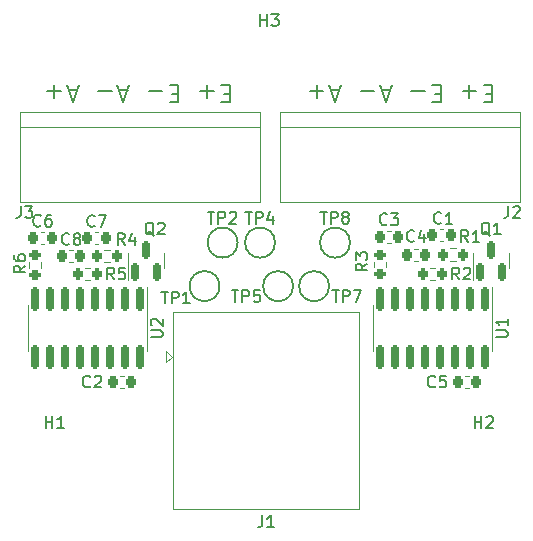
<source format=gto>
G04 #@! TF.GenerationSoftware,KiCad,Pcbnew,(6.0.0)*
G04 #@! TF.CreationDate,2022-08-05T10:14:30-07:00*
G04 #@! TF.ProjectId,strain_guage,73747261-696e-45f6-9775-6167652e6b69,rev?*
G04 #@! TF.SameCoordinates,Original*
G04 #@! TF.FileFunction,Legend,Top*
G04 #@! TF.FilePolarity,Positive*
%FSLAX46Y46*%
G04 Gerber Fmt 4.6, Leading zero omitted, Abs format (unit mm)*
G04 Created by KiCad (PCBNEW (6.0.0)) date 2022-08-05 10:14:30*
%MOMM*%
%LPD*%
G01*
G04 APERTURE LIST*
G04 Aperture macros list*
%AMRoundRect*
0 Rectangle with rounded corners*
0 $1 Rounding radius*
0 $2 $3 $4 $5 $6 $7 $8 $9 X,Y pos of 4 corners*
0 Add a 4 corners polygon primitive as box body*
4,1,4,$2,$3,$4,$5,$6,$7,$8,$9,$2,$3,0*
0 Add four circle primitives for the rounded corners*
1,1,$1+$1,$2,$3*
1,1,$1+$1,$4,$5*
1,1,$1+$1,$6,$7*
1,1,$1+$1,$8,$9*
0 Add four rect primitives between the rounded corners*
20,1,$1+$1,$2,$3,$4,$5,0*
20,1,$1+$1,$4,$5,$6,$7,0*
20,1,$1+$1,$6,$7,$8,$9,0*
20,1,$1+$1,$8,$9,$2,$3,0*%
G04 Aperture macros list end*
%ADD10C,0.150000*%
%ADD11C,0.120000*%
%ADD12C,3.650000*%
%ADD13C,1.451000*%
%ADD14RoundRect,0.150000X-0.150000X0.825000X-0.150000X-0.825000X0.150000X-0.825000X0.150000X0.825000X0*%
%ADD15RoundRect,0.225000X0.225000X0.250000X-0.225000X0.250000X-0.225000X-0.250000X0.225000X-0.250000X0*%
%ADD16RoundRect,0.200000X-0.275000X0.200000X-0.275000X-0.200000X0.275000X-0.200000X0.275000X0.200000X0*%
%ADD17RoundRect,0.200000X0.200000X0.275000X-0.200000X0.275000X-0.200000X-0.275000X0.200000X-0.275000X0*%
%ADD18RoundRect,0.225000X-0.225000X-0.250000X0.225000X-0.250000X0.225000X0.250000X-0.225000X0.250000X0*%
%ADD19C,3.200000*%
%ADD20RoundRect,0.150000X0.150000X-0.587500X0.150000X0.587500X-0.150000X0.587500X-0.150000X-0.587500X0*%
%ADD21R,3.000000X3.000000*%
%ADD22C,3.000000*%
%ADD23R,1.500000X1.500000*%
%ADD24C,1.500000*%
G04 APERTURE END LIST*
D10*
X114013285Y-121773142D02*
X113513285Y-121773142D01*
X113299000Y-120987428D02*
X114013285Y-120987428D01*
X114013285Y-122487428D01*
X113299000Y-122487428D01*
X112656142Y-121558857D02*
X111513285Y-121558857D01*
X112084714Y-120987428D02*
X112084714Y-122130285D01*
X109656142Y-121773142D02*
X109156142Y-121773142D01*
X108941857Y-120987428D02*
X109656142Y-120987428D01*
X109656142Y-122487428D01*
X108941857Y-122487428D01*
X108299000Y-121558857D02*
X107156142Y-121558857D01*
X105370428Y-121416000D02*
X104656142Y-121416000D01*
X105513285Y-120987428D02*
X105013285Y-122487428D01*
X104513285Y-120987428D01*
X104013285Y-121558857D02*
X102870428Y-121558857D01*
X101084714Y-121416000D02*
X100370428Y-121416000D01*
X101227571Y-120987428D02*
X100727571Y-122487428D01*
X100227571Y-120987428D01*
X99727571Y-121558857D02*
X98584714Y-121558857D01*
X99156142Y-120987428D02*
X99156142Y-122130285D01*
X136238285Y-121773142D02*
X135738285Y-121773142D01*
X135524000Y-120987428D02*
X136238285Y-120987428D01*
X136238285Y-122487428D01*
X135524000Y-122487428D01*
X134881142Y-121558857D02*
X133738285Y-121558857D01*
X134309714Y-120987428D02*
X134309714Y-122130285D01*
X131881142Y-121773142D02*
X131381142Y-121773142D01*
X131166857Y-120987428D02*
X131881142Y-120987428D01*
X131881142Y-122487428D01*
X131166857Y-122487428D01*
X130524000Y-121558857D02*
X129381142Y-121558857D01*
X127595428Y-121416000D02*
X126881142Y-121416000D01*
X127738285Y-120987428D02*
X127238285Y-122487428D01*
X126738285Y-120987428D01*
X126238285Y-121558857D02*
X125095428Y-121558857D01*
X123309714Y-121416000D02*
X122595428Y-121416000D01*
X123452571Y-120987428D02*
X122952571Y-122487428D01*
X122452571Y-120987428D01*
X121952571Y-121558857D02*
X120809714Y-121558857D01*
X121381142Y-120987428D02*
X121381142Y-122130285D01*
X121674095Y-131748380D02*
X122245523Y-131748380D01*
X121959809Y-132748380D02*
X121959809Y-131748380D01*
X122578857Y-132748380D02*
X122578857Y-131748380D01*
X122959809Y-131748380D01*
X123055047Y-131796000D01*
X123102666Y-131843619D01*
X123150285Y-131938857D01*
X123150285Y-132081714D01*
X123102666Y-132176952D01*
X123055047Y-132224571D01*
X122959809Y-132272190D01*
X122578857Y-132272190D01*
X123721714Y-132176952D02*
X123626476Y-132129333D01*
X123578857Y-132081714D01*
X123531238Y-131986476D01*
X123531238Y-131938857D01*
X123578857Y-131843619D01*
X123626476Y-131796000D01*
X123721714Y-131748380D01*
X123912190Y-131748380D01*
X124007428Y-131796000D01*
X124055047Y-131843619D01*
X124102666Y-131938857D01*
X124102666Y-131986476D01*
X124055047Y-132081714D01*
X124007428Y-132129333D01*
X123912190Y-132176952D01*
X123721714Y-132176952D01*
X123626476Y-132224571D01*
X123578857Y-132272190D01*
X123531238Y-132367428D01*
X123531238Y-132557904D01*
X123578857Y-132653142D01*
X123626476Y-132700761D01*
X123721714Y-132748380D01*
X123912190Y-132748380D01*
X124007428Y-132700761D01*
X124055047Y-132653142D01*
X124102666Y-132557904D01*
X124102666Y-132367428D01*
X124055047Y-132272190D01*
X124007428Y-132224571D01*
X123912190Y-132176952D01*
X107333380Y-142366904D02*
X108142904Y-142366904D01*
X108238142Y-142319285D01*
X108285761Y-142271666D01*
X108333380Y-142176428D01*
X108333380Y-141985952D01*
X108285761Y-141890714D01*
X108238142Y-141843095D01*
X108142904Y-141795476D01*
X107333380Y-141795476D01*
X107428619Y-141366904D02*
X107381000Y-141319285D01*
X107333380Y-141224047D01*
X107333380Y-140985952D01*
X107381000Y-140890714D01*
X107428619Y-140843095D01*
X107523857Y-140795476D01*
X107619095Y-140795476D01*
X107761952Y-140843095D01*
X108333380Y-141414523D01*
X108333380Y-140795476D01*
X131405333Y-146534142D02*
X131357714Y-146581761D01*
X131214857Y-146629380D01*
X131119619Y-146629380D01*
X130976761Y-146581761D01*
X130881523Y-146486523D01*
X130833904Y-146391285D01*
X130786285Y-146200809D01*
X130786285Y-146057952D01*
X130833904Y-145867476D01*
X130881523Y-145772238D01*
X130976761Y-145677000D01*
X131119619Y-145629380D01*
X131214857Y-145629380D01*
X131357714Y-145677000D01*
X131405333Y-145724619D01*
X132310095Y-145629380D02*
X131833904Y-145629380D01*
X131786285Y-146105571D01*
X131833904Y-146057952D01*
X131929142Y-146010333D01*
X132167238Y-146010333D01*
X132262476Y-146057952D01*
X132310095Y-146105571D01*
X132357714Y-146200809D01*
X132357714Y-146438904D01*
X132310095Y-146534142D01*
X132262476Y-146581761D01*
X132167238Y-146629380D01*
X131929142Y-146629380D01*
X131833904Y-146581761D01*
X131786285Y-146534142D01*
X136543380Y-142366904D02*
X137352904Y-142366904D01*
X137448142Y-142319285D01*
X137495761Y-142271666D01*
X137543380Y-142176428D01*
X137543380Y-141985952D01*
X137495761Y-141890714D01*
X137448142Y-141843095D01*
X137352904Y-141795476D01*
X136543380Y-141795476D01*
X137543380Y-140795476D02*
X137543380Y-141366904D01*
X137543380Y-141081190D02*
X136543380Y-141081190D01*
X136686238Y-141176428D01*
X136781476Y-141271666D01*
X136829095Y-141366904D01*
X96718380Y-136310666D02*
X96242190Y-136644000D01*
X96718380Y-136882095D02*
X95718380Y-136882095D01*
X95718380Y-136501142D01*
X95766000Y-136405904D01*
X95813619Y-136358285D01*
X95908857Y-136310666D01*
X96051714Y-136310666D01*
X96146952Y-136358285D01*
X96194571Y-136405904D01*
X96242190Y-136501142D01*
X96242190Y-136882095D01*
X95718380Y-135453523D02*
X95718380Y-135644000D01*
X95766000Y-135739238D01*
X95813619Y-135786857D01*
X95956476Y-135882095D01*
X96146952Y-135929714D01*
X96527904Y-135929714D01*
X96623142Y-135882095D01*
X96670761Y-135834476D01*
X96718380Y-135739238D01*
X96718380Y-135548761D01*
X96670761Y-135453523D01*
X96623142Y-135405904D01*
X96527904Y-135358285D01*
X96289809Y-135358285D01*
X96194571Y-135405904D01*
X96146952Y-135453523D01*
X96099333Y-135548761D01*
X96099333Y-135739238D01*
X96146952Y-135834476D01*
X96194571Y-135882095D01*
X96289809Y-135929714D01*
X102195333Y-146534142D02*
X102147714Y-146581761D01*
X102004857Y-146629380D01*
X101909619Y-146629380D01*
X101766761Y-146581761D01*
X101671523Y-146486523D01*
X101623904Y-146391285D01*
X101576285Y-146200809D01*
X101576285Y-146057952D01*
X101623904Y-145867476D01*
X101671523Y-145772238D01*
X101766761Y-145677000D01*
X101909619Y-145629380D01*
X102004857Y-145629380D01*
X102147714Y-145677000D01*
X102195333Y-145724619D01*
X102576285Y-145724619D02*
X102623904Y-145677000D01*
X102719142Y-145629380D01*
X102957238Y-145629380D01*
X103052476Y-145677000D01*
X103100095Y-145724619D01*
X103147714Y-145819857D01*
X103147714Y-145915095D01*
X103100095Y-146057952D01*
X102528666Y-146629380D01*
X103147714Y-146629380D01*
X104227333Y-137485380D02*
X103894000Y-137009190D01*
X103655904Y-137485380D02*
X103655904Y-136485380D01*
X104036857Y-136485380D01*
X104132095Y-136533000D01*
X104179714Y-136580619D01*
X104227333Y-136675857D01*
X104227333Y-136818714D01*
X104179714Y-136913952D01*
X104132095Y-136961571D01*
X104036857Y-137009190D01*
X103655904Y-137009190D01*
X105132095Y-136485380D02*
X104655904Y-136485380D01*
X104608285Y-136961571D01*
X104655904Y-136913952D01*
X104751142Y-136866333D01*
X104989238Y-136866333D01*
X105084476Y-136913952D01*
X105132095Y-136961571D01*
X105179714Y-137056809D01*
X105179714Y-137294904D01*
X105132095Y-137390142D01*
X105084476Y-137437761D01*
X104989238Y-137485380D01*
X104751142Y-137485380D01*
X104655904Y-137437761D01*
X104608285Y-137390142D01*
X98004333Y-132912142D02*
X97956714Y-132959761D01*
X97813857Y-133007380D01*
X97718619Y-133007380D01*
X97575761Y-132959761D01*
X97480523Y-132864523D01*
X97432904Y-132769285D01*
X97385285Y-132578809D01*
X97385285Y-132435952D01*
X97432904Y-132245476D01*
X97480523Y-132150238D01*
X97575761Y-132055000D01*
X97718619Y-132007380D01*
X97813857Y-132007380D01*
X97956714Y-132055000D01*
X98004333Y-132102619D01*
X98861476Y-132007380D02*
X98671000Y-132007380D01*
X98575761Y-132055000D01*
X98528142Y-132102619D01*
X98432904Y-132245476D01*
X98385285Y-132435952D01*
X98385285Y-132816904D01*
X98432904Y-132912142D01*
X98480523Y-132959761D01*
X98575761Y-133007380D01*
X98766238Y-133007380D01*
X98861476Y-132959761D01*
X98909095Y-132912142D01*
X98956714Y-132816904D01*
X98956714Y-132578809D01*
X98909095Y-132483571D01*
X98861476Y-132435952D01*
X98766238Y-132388333D01*
X98575761Y-132388333D01*
X98480523Y-132435952D01*
X98432904Y-132483571D01*
X98385285Y-132578809D01*
X131913333Y-132691142D02*
X131865714Y-132738761D01*
X131722857Y-132786380D01*
X131627619Y-132786380D01*
X131484761Y-132738761D01*
X131389523Y-132643523D01*
X131341904Y-132548285D01*
X131294285Y-132357809D01*
X131294285Y-132214952D01*
X131341904Y-132024476D01*
X131389523Y-131929238D01*
X131484761Y-131834000D01*
X131627619Y-131786380D01*
X131722857Y-131786380D01*
X131865714Y-131834000D01*
X131913333Y-131881619D01*
X132865714Y-132786380D02*
X132294285Y-132786380D01*
X132580000Y-132786380D02*
X132580000Y-131786380D01*
X132484761Y-131929238D01*
X132389523Y-132024476D01*
X132294285Y-132072095D01*
X112149095Y-131748380D02*
X112720523Y-131748380D01*
X112434809Y-132748380D02*
X112434809Y-131748380D01*
X113053857Y-132748380D02*
X113053857Y-131748380D01*
X113434809Y-131748380D01*
X113530047Y-131796000D01*
X113577666Y-131843619D01*
X113625285Y-131938857D01*
X113625285Y-132081714D01*
X113577666Y-132176952D01*
X113530047Y-132224571D01*
X113434809Y-132272190D01*
X113053857Y-132272190D01*
X114006238Y-131843619D02*
X114053857Y-131796000D01*
X114149095Y-131748380D01*
X114387190Y-131748380D01*
X114482428Y-131796000D01*
X114530047Y-131843619D01*
X114577666Y-131938857D01*
X114577666Y-132034095D01*
X114530047Y-132176952D01*
X113958619Y-132748380D01*
X114577666Y-132748380D01*
X127328333Y-132785142D02*
X127280714Y-132832761D01*
X127137857Y-132880380D01*
X127042619Y-132880380D01*
X126899761Y-132832761D01*
X126804523Y-132737523D01*
X126756904Y-132642285D01*
X126709285Y-132451809D01*
X126709285Y-132308952D01*
X126756904Y-132118476D01*
X126804523Y-132023238D01*
X126899761Y-131928000D01*
X127042619Y-131880380D01*
X127137857Y-131880380D01*
X127280714Y-131928000D01*
X127328333Y-131975619D01*
X127661666Y-131880380D02*
X128280714Y-131880380D01*
X127947380Y-132261333D01*
X128090238Y-132261333D01*
X128185476Y-132308952D01*
X128233095Y-132356571D01*
X128280714Y-132451809D01*
X128280714Y-132689904D01*
X128233095Y-132785142D01*
X128185476Y-132832761D01*
X128090238Y-132880380D01*
X127804523Y-132880380D01*
X127709285Y-132832761D01*
X127661666Y-132785142D01*
X100417333Y-134469142D02*
X100369714Y-134516761D01*
X100226857Y-134564380D01*
X100131619Y-134564380D01*
X99988761Y-134516761D01*
X99893523Y-134421523D01*
X99845904Y-134326285D01*
X99798285Y-134135809D01*
X99798285Y-133992952D01*
X99845904Y-133802476D01*
X99893523Y-133707238D01*
X99988761Y-133612000D01*
X100131619Y-133564380D01*
X100226857Y-133564380D01*
X100369714Y-133612000D01*
X100417333Y-133659619D01*
X100988761Y-133992952D02*
X100893523Y-133945333D01*
X100845904Y-133897714D01*
X100798285Y-133802476D01*
X100798285Y-133754857D01*
X100845904Y-133659619D01*
X100893523Y-133612000D01*
X100988761Y-133564380D01*
X101179238Y-133564380D01*
X101274476Y-133612000D01*
X101322095Y-133659619D01*
X101369714Y-133754857D01*
X101369714Y-133802476D01*
X101322095Y-133897714D01*
X101274476Y-133945333D01*
X101179238Y-133992952D01*
X100988761Y-133992952D01*
X100893523Y-134040571D01*
X100845904Y-134088190D01*
X100798285Y-134183428D01*
X100798285Y-134373904D01*
X100845904Y-134469142D01*
X100893523Y-134516761D01*
X100988761Y-134564380D01*
X101179238Y-134564380D01*
X101274476Y-134516761D01*
X101322095Y-134469142D01*
X101369714Y-134373904D01*
X101369714Y-134183428D01*
X101322095Y-134088190D01*
X101274476Y-134040571D01*
X101179238Y-133992952D01*
X98425095Y-150049380D02*
X98425095Y-149049380D01*
X98425095Y-149525571D02*
X98996523Y-149525571D01*
X98996523Y-150049380D02*
X98996523Y-149049380D01*
X99996523Y-150049380D02*
X99425095Y-150049380D01*
X99710809Y-150049380D02*
X99710809Y-149049380D01*
X99615571Y-149192238D01*
X99520333Y-149287476D01*
X99425095Y-149335095D01*
X102576333Y-132945142D02*
X102528714Y-132992761D01*
X102385857Y-133040380D01*
X102290619Y-133040380D01*
X102147761Y-132992761D01*
X102052523Y-132897523D01*
X102004904Y-132802285D01*
X101957285Y-132611809D01*
X101957285Y-132468952D01*
X102004904Y-132278476D01*
X102052523Y-132183238D01*
X102147761Y-132088000D01*
X102290619Y-132040380D01*
X102385857Y-132040380D01*
X102528714Y-132088000D01*
X102576333Y-132135619D01*
X102909666Y-132040380D02*
X103576333Y-132040380D01*
X103147761Y-133040380D01*
X136048761Y-133770619D02*
X135953523Y-133723000D01*
X135858285Y-133627761D01*
X135715428Y-133484904D01*
X135620190Y-133437285D01*
X135524952Y-133437285D01*
X135572571Y-133675380D02*
X135477333Y-133627761D01*
X135382095Y-133532523D01*
X135334476Y-133342047D01*
X135334476Y-133008714D01*
X135382095Y-132818238D01*
X135477333Y-132723000D01*
X135572571Y-132675380D01*
X135763047Y-132675380D01*
X135858285Y-132723000D01*
X135953523Y-132818238D01*
X136001142Y-133008714D01*
X136001142Y-133342047D01*
X135953523Y-133532523D01*
X135858285Y-133627761D01*
X135763047Y-133675380D01*
X135572571Y-133675380D01*
X136953523Y-133675380D02*
X136382095Y-133675380D01*
X136667809Y-133675380D02*
X136667809Y-132675380D01*
X136572571Y-132818238D01*
X136477333Y-132913476D01*
X136382095Y-132961095D01*
X96313666Y-131278380D02*
X96313666Y-131992666D01*
X96266047Y-132135523D01*
X96170809Y-132230761D01*
X96027952Y-132278380D01*
X95932714Y-132278380D01*
X96694619Y-131278380D02*
X97313666Y-131278380D01*
X96980333Y-131659333D01*
X97123190Y-131659333D01*
X97218428Y-131706952D01*
X97266047Y-131754571D01*
X97313666Y-131849809D01*
X97313666Y-132087904D01*
X97266047Y-132183142D01*
X97218428Y-132230761D01*
X97123190Y-132278380D01*
X96837476Y-132278380D01*
X96742238Y-132230761D01*
X96694619Y-132183142D01*
X108212095Y-138517380D02*
X108783523Y-138517380D01*
X108497809Y-139517380D02*
X108497809Y-138517380D01*
X109116857Y-139517380D02*
X109116857Y-138517380D01*
X109497809Y-138517380D01*
X109593047Y-138565000D01*
X109640666Y-138612619D01*
X109688285Y-138707857D01*
X109688285Y-138850714D01*
X109640666Y-138945952D01*
X109593047Y-138993571D01*
X109497809Y-139041190D01*
X109116857Y-139041190D01*
X110640666Y-139517380D02*
X110069238Y-139517380D01*
X110354952Y-139517380D02*
X110354952Y-138517380D01*
X110259714Y-138660238D01*
X110164476Y-138755476D01*
X110069238Y-138803095D01*
X133437333Y-137485380D02*
X133104000Y-137009190D01*
X132865904Y-137485380D02*
X132865904Y-136485380D01*
X133246857Y-136485380D01*
X133342095Y-136533000D01*
X133389714Y-136580619D01*
X133437333Y-136675857D01*
X133437333Y-136818714D01*
X133389714Y-136913952D01*
X133342095Y-136961571D01*
X133246857Y-137009190D01*
X132865904Y-137009190D01*
X133818285Y-136580619D02*
X133865904Y-136533000D01*
X133961142Y-136485380D01*
X134199238Y-136485380D01*
X134294476Y-136533000D01*
X134342095Y-136580619D01*
X134389714Y-136675857D01*
X134389714Y-136771095D01*
X134342095Y-136913952D01*
X133770666Y-137485380D01*
X134389714Y-137485380D01*
X137588666Y-131278380D02*
X137588666Y-131992666D01*
X137541047Y-132135523D01*
X137445809Y-132230761D01*
X137302952Y-132278380D01*
X137207714Y-132278380D01*
X138017238Y-131373619D02*
X138064857Y-131326000D01*
X138160095Y-131278380D01*
X138398190Y-131278380D01*
X138493428Y-131326000D01*
X138541047Y-131373619D01*
X138588666Y-131468857D01*
X138588666Y-131564095D01*
X138541047Y-131706952D01*
X137969619Y-132278380D01*
X138588666Y-132278380D01*
X115324095Y-131748380D02*
X115895523Y-131748380D01*
X115609809Y-132748380D02*
X115609809Y-131748380D01*
X116228857Y-132748380D02*
X116228857Y-131748380D01*
X116609809Y-131748380D01*
X116705047Y-131796000D01*
X116752666Y-131843619D01*
X116800285Y-131938857D01*
X116800285Y-132081714D01*
X116752666Y-132176952D01*
X116705047Y-132224571D01*
X116609809Y-132272190D01*
X116228857Y-132272190D01*
X117657428Y-132081714D02*
X117657428Y-132748380D01*
X117419333Y-131700761D02*
X117181238Y-132415047D01*
X117800285Y-132415047D01*
X107600761Y-133770619D02*
X107505523Y-133723000D01*
X107410285Y-133627761D01*
X107267428Y-133484904D01*
X107172190Y-133437285D01*
X107076952Y-133437285D01*
X107124571Y-133675380D02*
X107029333Y-133627761D01*
X106934095Y-133532523D01*
X106886476Y-133342047D01*
X106886476Y-133008714D01*
X106934095Y-132818238D01*
X107029333Y-132723000D01*
X107124571Y-132675380D01*
X107315047Y-132675380D01*
X107410285Y-132723000D01*
X107505523Y-132818238D01*
X107553142Y-133008714D01*
X107553142Y-133342047D01*
X107505523Y-133532523D01*
X107410285Y-133627761D01*
X107315047Y-133675380D01*
X107124571Y-133675380D01*
X107934095Y-132770619D02*
X107981714Y-132723000D01*
X108076952Y-132675380D01*
X108315047Y-132675380D01*
X108410285Y-132723000D01*
X108457904Y-132770619D01*
X108505523Y-132865857D01*
X108505523Y-132961095D01*
X108457904Y-133103952D01*
X107886476Y-133675380D01*
X108505523Y-133675380D01*
X134199333Y-134310380D02*
X133866000Y-133834190D01*
X133627904Y-134310380D02*
X133627904Y-133310380D01*
X134008857Y-133310380D01*
X134104095Y-133358000D01*
X134151714Y-133405619D01*
X134199333Y-133500857D01*
X134199333Y-133643714D01*
X134151714Y-133738952D01*
X134104095Y-133786571D01*
X134008857Y-133834190D01*
X133627904Y-133834190D01*
X135151714Y-134310380D02*
X134580285Y-134310380D01*
X134866000Y-134310380D02*
X134866000Y-133310380D01*
X134770761Y-133453238D01*
X134675523Y-133548476D01*
X134580285Y-133596095D01*
X114181095Y-138390380D02*
X114752523Y-138390380D01*
X114466809Y-139390380D02*
X114466809Y-138390380D01*
X115085857Y-139390380D02*
X115085857Y-138390380D01*
X115466809Y-138390380D01*
X115562047Y-138438000D01*
X115609666Y-138485619D01*
X115657285Y-138580857D01*
X115657285Y-138723714D01*
X115609666Y-138818952D01*
X115562047Y-138866571D01*
X115466809Y-138914190D01*
X115085857Y-138914190D01*
X116562047Y-138390380D02*
X116085857Y-138390380D01*
X116038238Y-138866571D01*
X116085857Y-138818952D01*
X116181095Y-138771333D01*
X116419190Y-138771333D01*
X116514428Y-138818952D01*
X116562047Y-138866571D01*
X116609666Y-138961809D01*
X116609666Y-139199904D01*
X116562047Y-139295142D01*
X116514428Y-139342761D01*
X116419190Y-139390380D01*
X116181095Y-139390380D01*
X116085857Y-139342761D01*
X116038238Y-139295142D01*
X116756166Y-157462380D02*
X116756166Y-158176666D01*
X116708547Y-158319523D01*
X116613309Y-158414761D01*
X116470452Y-158462380D01*
X116375214Y-158462380D01*
X117756166Y-158462380D02*
X117184738Y-158462380D01*
X117470452Y-158462380D02*
X117470452Y-157462380D01*
X117375214Y-157605238D01*
X117279976Y-157700476D01*
X117184738Y-157748095D01*
X105116333Y-134564380D02*
X104783000Y-134088190D01*
X104544904Y-134564380D02*
X104544904Y-133564380D01*
X104925857Y-133564380D01*
X105021095Y-133612000D01*
X105068714Y-133659619D01*
X105116333Y-133754857D01*
X105116333Y-133897714D01*
X105068714Y-133992952D01*
X105021095Y-134040571D01*
X104925857Y-134088190D01*
X104544904Y-134088190D01*
X105973476Y-133897714D02*
X105973476Y-134564380D01*
X105735380Y-133516761D02*
X105497285Y-134231047D01*
X106116333Y-134231047D01*
X122690095Y-138390380D02*
X123261523Y-138390380D01*
X122975809Y-139390380D02*
X122975809Y-138390380D01*
X123594857Y-139390380D02*
X123594857Y-138390380D01*
X123975809Y-138390380D01*
X124071047Y-138438000D01*
X124118666Y-138485619D01*
X124166285Y-138580857D01*
X124166285Y-138723714D01*
X124118666Y-138818952D01*
X124071047Y-138866571D01*
X123975809Y-138914190D01*
X123594857Y-138914190D01*
X124499619Y-138390380D02*
X125166285Y-138390380D01*
X124737714Y-139390380D01*
X134747095Y-150049380D02*
X134747095Y-149049380D01*
X134747095Y-149525571D02*
X135318523Y-149525571D01*
X135318523Y-150049380D02*
X135318523Y-149049380D01*
X135747095Y-149144619D02*
X135794714Y-149097000D01*
X135889952Y-149049380D01*
X136128047Y-149049380D01*
X136223285Y-149097000D01*
X136270904Y-149144619D01*
X136318523Y-149239857D01*
X136318523Y-149335095D01*
X136270904Y-149477952D01*
X135699476Y-150049380D01*
X136318523Y-150049380D01*
X129627333Y-134215142D02*
X129579714Y-134262761D01*
X129436857Y-134310380D01*
X129341619Y-134310380D01*
X129198761Y-134262761D01*
X129103523Y-134167523D01*
X129055904Y-134072285D01*
X129008285Y-133881809D01*
X129008285Y-133738952D01*
X129055904Y-133548476D01*
X129103523Y-133453238D01*
X129198761Y-133358000D01*
X129341619Y-133310380D01*
X129436857Y-133310380D01*
X129579714Y-133358000D01*
X129627333Y-133405619D01*
X130484476Y-133643714D02*
X130484476Y-134310380D01*
X130246380Y-133262761D02*
X130008285Y-133977047D01*
X130627333Y-133977047D01*
X116586095Y-116013380D02*
X116586095Y-115013380D01*
X116586095Y-115489571D02*
X117157523Y-115489571D01*
X117157523Y-116013380D02*
X117157523Y-115013380D01*
X117538476Y-115013380D02*
X118157523Y-115013380D01*
X117824190Y-115394333D01*
X117967047Y-115394333D01*
X118062285Y-115441952D01*
X118109904Y-115489571D01*
X118157523Y-115584809D01*
X118157523Y-115822904D01*
X118109904Y-115918142D01*
X118062285Y-115965761D01*
X117967047Y-116013380D01*
X117681333Y-116013380D01*
X117586095Y-115965761D01*
X117538476Y-115918142D01*
X125674380Y-136137408D02*
X125198190Y-136470742D01*
X125674380Y-136708837D02*
X124674380Y-136708837D01*
X124674380Y-136327884D01*
X124722000Y-136232646D01*
X124769619Y-136185027D01*
X124864857Y-136137408D01*
X125007714Y-136137408D01*
X125102952Y-136185027D01*
X125150571Y-136232646D01*
X125198190Y-136327884D01*
X125198190Y-136708837D01*
X124674380Y-135804075D02*
X124674380Y-135185027D01*
X125055333Y-135518361D01*
X125055333Y-135375503D01*
X125102952Y-135280265D01*
X125150571Y-135232646D01*
X125245809Y-135185027D01*
X125483904Y-135185027D01*
X125579142Y-135232646D01*
X125626761Y-135280265D01*
X125674380Y-135375503D01*
X125674380Y-135661218D01*
X125626761Y-135756456D01*
X125579142Y-135804075D01*
X124206000Y-134366000D02*
G75*
G03*
X124206000Y-134366000I-1270000J0D01*
G01*
D11*
X96921000Y-141605000D02*
X96921000Y-139655000D01*
X96921000Y-141605000D02*
X96921000Y-143555000D01*
X107041000Y-141605000D02*
X107041000Y-143555000D01*
X107041000Y-141605000D02*
X107041000Y-138155000D01*
X134252580Y-146687000D02*
X133971420Y-146687000D01*
X134252580Y-145667000D02*
X133971420Y-145667000D01*
X126131000Y-141605000D02*
X126131000Y-143555000D01*
X126131000Y-141605000D02*
X126131000Y-139655000D01*
X136251000Y-141605000D02*
X136251000Y-138155000D01*
X136251000Y-141605000D02*
X136251000Y-143555000D01*
X97013500Y-136033742D02*
X97013500Y-136508258D01*
X98058500Y-136033742D02*
X98058500Y-136508258D01*
X105042580Y-146687000D02*
X104761420Y-146687000D01*
X105042580Y-145667000D02*
X104761420Y-145667000D01*
X102218258Y-136510500D02*
X101743742Y-136510500D01*
X102218258Y-137555500D02*
X101743742Y-137555500D01*
X98030420Y-134495000D02*
X98311580Y-134495000D01*
X98030420Y-133475000D02*
X98311580Y-133475000D01*
X132093580Y-134241000D02*
X131812420Y-134241000D01*
X132093580Y-133221000D02*
X131812420Y-133221000D01*
D10*
X114681000Y-134366000D02*
G75*
G03*
X114681000Y-134366000I-1270000J0D01*
G01*
D11*
X127354420Y-133348000D02*
X127635580Y-133348000D01*
X127354420Y-134368000D02*
X127635580Y-134368000D01*
X100724580Y-136019000D02*
X100443420Y-136019000D01*
X100724580Y-134999000D02*
X100443420Y-134999000D01*
X102883580Y-133475000D02*
X102602420Y-133475000D01*
X102883580Y-134495000D02*
X102602420Y-134495000D01*
X137704000Y-135890000D02*
X137704000Y-136540000D01*
X137704000Y-135890000D02*
X137704000Y-135240000D01*
X134584000Y-135890000D02*
X134584000Y-135240000D01*
X134584000Y-135890000D02*
X134584000Y-137565000D01*
X116586000Y-130937000D02*
X116586000Y-123317000D01*
X96266000Y-123317000D02*
X96266000Y-130937000D01*
X116586000Y-130937000D02*
X96266000Y-130937000D01*
X96266000Y-124587000D02*
X116586000Y-124587000D01*
X116586000Y-123317000D02*
X96266000Y-123317000D01*
D10*
X113157000Y-138049000D02*
G75*
G03*
X113157000Y-138049000I-1270000J0D01*
G01*
D11*
X131428258Y-137555500D02*
X130953742Y-137555500D01*
X131428258Y-136510500D02*
X130953742Y-136510500D01*
X118237000Y-124587000D02*
X138557000Y-124587000D01*
X138557000Y-130937000D02*
X118237000Y-130937000D01*
X138557000Y-123317000D02*
X118237000Y-123317000D01*
X118237000Y-123317000D02*
X118237000Y-130937000D01*
X138557000Y-130937000D02*
X138557000Y-123317000D01*
D10*
X117856000Y-134366000D02*
G75*
G03*
X117856000Y-134366000I-1270000J0D01*
G01*
D11*
X108494000Y-135890000D02*
X108494000Y-136540000D01*
X108494000Y-135890000D02*
X108494000Y-135240000D01*
X105374000Y-135890000D02*
X105374000Y-135240000D01*
X105374000Y-135890000D02*
X105374000Y-137565000D01*
X133142258Y-134859500D02*
X132667742Y-134859500D01*
X133142258Y-135904500D02*
X132667742Y-135904500D01*
D10*
X119380000Y-138049000D02*
G75*
G03*
X119380000Y-138049000I-1270000J0D01*
G01*
D11*
X108639500Y-144510000D02*
X109139500Y-144010000D01*
X124939500Y-140220000D02*
X109219500Y-140220000D01*
X108639500Y-143510000D02*
X108639500Y-144510000D01*
X109139500Y-144010000D02*
X108639500Y-143510000D01*
X124949500Y-156960000D02*
X109219500Y-156960000D01*
X124949500Y-140220000D02*
X124949500Y-156960000D01*
X109219500Y-140220000D02*
X109219500Y-156960000D01*
X103869258Y-136031500D02*
X103394742Y-136031500D01*
X103869258Y-134986500D02*
X103394742Y-134986500D01*
D10*
X122428000Y-138049000D02*
G75*
G03*
X122428000Y-138049000I-1270000J0D01*
G01*
D11*
X129934580Y-135892000D02*
X129653420Y-135892000D01*
X129934580Y-134872000D02*
X129653420Y-134872000D01*
X126223500Y-135970742D02*
X126223500Y-136445258D01*
X127268500Y-135970742D02*
X127268500Y-136445258D01*
D12*
X111369500Y-150360000D03*
X122799500Y-150360000D03*
%LPC*%
D13*
X122936000Y-134366000D03*
D14*
X106426000Y-139130000D03*
X105156000Y-139130000D03*
X103886000Y-139130000D03*
X102616000Y-139130000D03*
X101346000Y-139130000D03*
X100076000Y-139130000D03*
X98806000Y-139130000D03*
X97536000Y-139130000D03*
X97536000Y-144080000D03*
X98806000Y-144080000D03*
X100076000Y-144080000D03*
X101346000Y-144080000D03*
X102616000Y-144080000D03*
X103886000Y-144080000D03*
X105156000Y-144080000D03*
X106426000Y-144080000D03*
D15*
X134887000Y-146177000D03*
X133337000Y-146177000D03*
D14*
X135636000Y-139130000D03*
X134366000Y-139130000D03*
X133096000Y-139130000D03*
X131826000Y-139130000D03*
X130556000Y-139130000D03*
X129286000Y-139130000D03*
X128016000Y-139130000D03*
X126746000Y-139130000D03*
X126746000Y-144080000D03*
X128016000Y-144080000D03*
X129286000Y-144080000D03*
X130556000Y-144080000D03*
X131826000Y-144080000D03*
X133096000Y-144080000D03*
X134366000Y-144080000D03*
X135636000Y-144080000D03*
D16*
X97536000Y-135446000D03*
X97536000Y-137096000D03*
D15*
X105677000Y-146177000D03*
X104127000Y-146177000D03*
D17*
X102806000Y-137033000D03*
X101156000Y-137033000D03*
D18*
X97396000Y-133985000D03*
X98946000Y-133985000D03*
D15*
X132728000Y-133731000D03*
X131178000Y-133731000D03*
D13*
X113411000Y-134366000D03*
D18*
X126720000Y-133858000D03*
X128270000Y-133858000D03*
D15*
X101359000Y-135509000D03*
X99809000Y-135509000D03*
D19*
X99187000Y-153797000D03*
D15*
X103518000Y-133985000D03*
X101968000Y-133985000D03*
D20*
X135194000Y-136827500D03*
X137094000Y-136827500D03*
X136144000Y-134952500D03*
D21*
X114046000Y-127127000D03*
D22*
X108966000Y-127127000D03*
X103886000Y-127127000D03*
X98806000Y-127127000D03*
D13*
X111887000Y-138049000D03*
D17*
X132016000Y-137033000D03*
X130366000Y-137033000D03*
D21*
X136017000Y-127127000D03*
D22*
X130937000Y-127127000D03*
X125857000Y-127127000D03*
X120777000Y-127127000D03*
D13*
X116586000Y-134366000D03*
D20*
X105984000Y-136827500D03*
X107884000Y-136827500D03*
X106934000Y-134952500D03*
D17*
X133730000Y-135382000D03*
X132080000Y-135382000D03*
D13*
X118110000Y-138049000D03*
D12*
X111369500Y-150360000D03*
X122799500Y-150360000D03*
D23*
X112639500Y-144010000D03*
D24*
X113909500Y-141470000D03*
X115179500Y-144010000D03*
X116449500Y-141470000D03*
X117719500Y-144010000D03*
X118989500Y-141470000D03*
X120259500Y-144010000D03*
X121529500Y-141470000D03*
D17*
X104457000Y-135509000D03*
X102807000Y-135509000D03*
D13*
X121158000Y-138049000D03*
D19*
X135509000Y-153797000D03*
D15*
X130569000Y-135382000D03*
X129019000Y-135382000D03*
D19*
X117348000Y-119761000D03*
D16*
X126746000Y-135383000D03*
X126746000Y-137033000D03*
M02*

</source>
